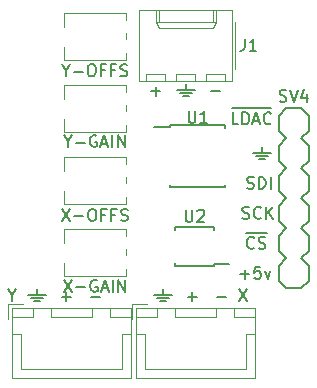
<source format=gbr>
G04 #@! TF.GenerationSoftware,KiCad,Pcbnew,(5.0.2)-1*
G04 #@! TF.CreationDate,2019-03-31T11:29:19+03:00*
G04 #@! TF.ProjectId,galvo-schematic,67616c76-6f2d-4736-9368-656d61746963,rev?*
G04 #@! TF.SameCoordinates,Original*
G04 #@! TF.FileFunction,Legend,Top*
G04 #@! TF.FilePolarity,Positive*
%FSLAX46Y46*%
G04 Gerber Fmt 4.6, Leading zero omitted, Abs format (unit mm)*
G04 Created by KiCad (PCBNEW (5.0.2)-1) date 31.03.2019 11:29:19*
%MOMM*%
%LPD*%
G01*
G04 APERTURE LIST*
%ADD10C,0.150000*%
%ADD11C,0.120000*%
%ADD12C,0.152400*%
%ADD13C,0.200000*%
G04 APERTURE END LIST*
D10*
X123000000Y-106476190D02*
X123000000Y-106952380D01*
X122666666Y-105952380D02*
X123000000Y-106476190D01*
X123333333Y-105952380D01*
X142166666Y-105952380D02*
X142833333Y-106952380D01*
X142833333Y-105952380D02*
X142166666Y-106952380D01*
X127357142Y-105202380D02*
X128023809Y-106202380D01*
X128023809Y-105202380D02*
X127357142Y-106202380D01*
X128404761Y-105821428D02*
X129166666Y-105821428D01*
X130166666Y-105250000D02*
X130071428Y-105202380D01*
X129928571Y-105202380D01*
X129785714Y-105250000D01*
X129690476Y-105345238D01*
X129642857Y-105440476D01*
X129595238Y-105630952D01*
X129595238Y-105773809D01*
X129642857Y-105964285D01*
X129690476Y-106059523D01*
X129785714Y-106154761D01*
X129928571Y-106202380D01*
X130023809Y-106202380D01*
X130166666Y-106154761D01*
X130214285Y-106107142D01*
X130214285Y-105773809D01*
X130023809Y-105773809D01*
X130595238Y-105916666D02*
X131071428Y-105916666D01*
X130500000Y-106202380D02*
X130833333Y-105202380D01*
X131166666Y-106202380D01*
X131500000Y-106202380D02*
X131500000Y-105202380D01*
X131976190Y-106202380D02*
X131976190Y-105202380D01*
X132547619Y-106202380D01*
X132547619Y-105202380D01*
X127190476Y-99202380D02*
X127857142Y-100202380D01*
X127857142Y-99202380D02*
X127190476Y-100202380D01*
X128238095Y-99821428D02*
X129000000Y-99821428D01*
X129666666Y-99202380D02*
X129857142Y-99202380D01*
X129952380Y-99250000D01*
X130047619Y-99345238D01*
X130095238Y-99535714D01*
X130095238Y-99869047D01*
X130047619Y-100059523D01*
X129952380Y-100154761D01*
X129857142Y-100202380D01*
X129666666Y-100202380D01*
X129571428Y-100154761D01*
X129476190Y-100059523D01*
X129428571Y-99869047D01*
X129428571Y-99535714D01*
X129476190Y-99345238D01*
X129571428Y-99250000D01*
X129666666Y-99202380D01*
X130857142Y-99678571D02*
X130523809Y-99678571D01*
X130523809Y-100202380D02*
X130523809Y-99202380D01*
X131000000Y-99202380D01*
X131714285Y-99678571D02*
X131380952Y-99678571D01*
X131380952Y-100202380D02*
X131380952Y-99202380D01*
X131857142Y-99202380D01*
X132190476Y-100154761D02*
X132333333Y-100202380D01*
X132571428Y-100202380D01*
X132666666Y-100154761D01*
X132714285Y-100107142D01*
X132761904Y-100011904D01*
X132761904Y-99916666D01*
X132714285Y-99821428D01*
X132666666Y-99773809D01*
X132571428Y-99726190D01*
X132380952Y-99678571D01*
X132285714Y-99630952D01*
X132238095Y-99583333D01*
X132190476Y-99488095D01*
X132190476Y-99392857D01*
X132238095Y-99297619D01*
X132285714Y-99250000D01*
X132380952Y-99202380D01*
X132619047Y-99202380D01*
X132761904Y-99250000D01*
X127690476Y-93476190D02*
X127690476Y-93952380D01*
X127357142Y-92952380D02*
X127690476Y-93476190D01*
X128023809Y-92952380D01*
X128357142Y-93571428D02*
X129119047Y-93571428D01*
X130119047Y-93000000D02*
X130023809Y-92952380D01*
X129880952Y-92952380D01*
X129738095Y-93000000D01*
X129642857Y-93095238D01*
X129595238Y-93190476D01*
X129547619Y-93380952D01*
X129547619Y-93523809D01*
X129595238Y-93714285D01*
X129642857Y-93809523D01*
X129738095Y-93904761D01*
X129880952Y-93952380D01*
X129976190Y-93952380D01*
X130119047Y-93904761D01*
X130166666Y-93857142D01*
X130166666Y-93523809D01*
X129976190Y-93523809D01*
X130547619Y-93666666D02*
X131023809Y-93666666D01*
X130452380Y-93952380D02*
X130785714Y-92952380D01*
X131119047Y-93952380D01*
X131452380Y-93952380D02*
X131452380Y-92952380D01*
X131928571Y-93952380D02*
X131928571Y-92952380D01*
X132500000Y-93952380D01*
X132500000Y-92952380D01*
X127523809Y-87476190D02*
X127523809Y-87952380D01*
X127190476Y-86952380D02*
X127523809Y-87476190D01*
X127857142Y-86952380D01*
X128190476Y-87571428D02*
X128952380Y-87571428D01*
X129619047Y-86952380D02*
X129809523Y-86952380D01*
X129904761Y-87000000D01*
X130000000Y-87095238D01*
X130047619Y-87285714D01*
X130047619Y-87619047D01*
X130000000Y-87809523D01*
X129904761Y-87904761D01*
X129809523Y-87952380D01*
X129619047Y-87952380D01*
X129523809Y-87904761D01*
X129428571Y-87809523D01*
X129380952Y-87619047D01*
X129380952Y-87285714D01*
X129428571Y-87095238D01*
X129523809Y-87000000D01*
X129619047Y-86952380D01*
X130809523Y-87428571D02*
X130476190Y-87428571D01*
X130476190Y-87952380D02*
X130476190Y-86952380D01*
X130952380Y-86952380D01*
X131666666Y-87428571D02*
X131333333Y-87428571D01*
X131333333Y-87952380D02*
X131333333Y-86952380D01*
X131809523Y-86952380D01*
X132142857Y-87904761D02*
X132285714Y-87952380D01*
X132523809Y-87952380D01*
X132619047Y-87904761D01*
X132666666Y-87857142D01*
X132714285Y-87761904D01*
X132714285Y-87666666D01*
X132666666Y-87571428D01*
X132619047Y-87523809D01*
X132523809Y-87476190D01*
X132333333Y-87428571D01*
X132238095Y-87380952D01*
X132190476Y-87333333D01*
X132142857Y-87238095D01*
X132142857Y-87142857D01*
X132190476Y-87047619D01*
X132238095Y-87000000D01*
X132333333Y-86952380D01*
X132571428Y-86952380D01*
X132714285Y-87000000D01*
X142748000Y-101219000D02*
X144526000Y-101219000D01*
X141605000Y-90678000D02*
X144907000Y-90678000D01*
X144145000Y-93916500D02*
X144145000Y-94424500D01*
X143637000Y-94678500D02*
X144653000Y-94678500D01*
X143891000Y-94932500D02*
X144399000Y-94932500D01*
X143383000Y-94424500D02*
X144907000Y-94424500D01*
X142271904Y-104719428D02*
X143033809Y-104719428D01*
X142652857Y-105100380D02*
X142652857Y-104338476D01*
X143986190Y-104100380D02*
X143510000Y-104100380D01*
X143462380Y-104576571D01*
X143510000Y-104528952D01*
X143605238Y-104481333D01*
X143843333Y-104481333D01*
X143938571Y-104528952D01*
X143986190Y-104576571D01*
X144033809Y-104671809D01*
X144033809Y-104909904D01*
X143986190Y-105005142D01*
X143938571Y-105052761D01*
X143843333Y-105100380D01*
X143605238Y-105100380D01*
X143510000Y-105052761D01*
X143462380Y-105005142D01*
X144367142Y-104433714D02*
X144605238Y-105100380D01*
X144843333Y-104433714D01*
X143470333Y-102465142D02*
X143422714Y-102512761D01*
X143279857Y-102560380D01*
X143184619Y-102560380D01*
X143041761Y-102512761D01*
X142946523Y-102417523D01*
X142898904Y-102322285D01*
X142851285Y-102131809D01*
X142851285Y-101988952D01*
X142898904Y-101798476D01*
X142946523Y-101703238D01*
X143041761Y-101608000D01*
X143184619Y-101560380D01*
X143279857Y-101560380D01*
X143422714Y-101608000D01*
X143470333Y-101655619D01*
X143851285Y-102512761D02*
X143994142Y-102560380D01*
X144232238Y-102560380D01*
X144327476Y-102512761D01*
X144375095Y-102465142D01*
X144422714Y-102369904D01*
X144422714Y-102274666D01*
X144375095Y-102179428D01*
X144327476Y-102131809D01*
X144232238Y-102084190D01*
X144041761Y-102036571D01*
X143946523Y-101988952D01*
X143898904Y-101941333D01*
X143851285Y-101846095D01*
X143851285Y-101750857D01*
X143898904Y-101655619D01*
X143946523Y-101608000D01*
X144041761Y-101560380D01*
X144279857Y-101560380D01*
X144422714Y-101608000D01*
X142478285Y-99972761D02*
X142621142Y-100020380D01*
X142859238Y-100020380D01*
X142954476Y-99972761D01*
X143002095Y-99925142D01*
X143049714Y-99829904D01*
X143049714Y-99734666D01*
X143002095Y-99639428D01*
X142954476Y-99591809D01*
X142859238Y-99544190D01*
X142668761Y-99496571D01*
X142573523Y-99448952D01*
X142525904Y-99401333D01*
X142478285Y-99306095D01*
X142478285Y-99210857D01*
X142525904Y-99115619D01*
X142573523Y-99068000D01*
X142668761Y-99020380D01*
X142906857Y-99020380D01*
X143049714Y-99068000D01*
X144049714Y-99925142D02*
X144002095Y-99972761D01*
X143859238Y-100020380D01*
X143764000Y-100020380D01*
X143621142Y-99972761D01*
X143525904Y-99877523D01*
X143478285Y-99782285D01*
X143430666Y-99591809D01*
X143430666Y-99448952D01*
X143478285Y-99258476D01*
X143525904Y-99163238D01*
X143621142Y-99068000D01*
X143764000Y-99020380D01*
X143859238Y-99020380D01*
X144002095Y-99068000D01*
X144049714Y-99115619D01*
X144478285Y-100020380D02*
X144478285Y-99020380D01*
X145049714Y-100020380D02*
X144621142Y-99448952D01*
X145049714Y-99020380D02*
X144478285Y-99591809D01*
X142867190Y-97432761D02*
X143010047Y-97480380D01*
X143248142Y-97480380D01*
X143343380Y-97432761D01*
X143391000Y-97385142D01*
X143438619Y-97289904D01*
X143438619Y-97194666D01*
X143391000Y-97099428D01*
X143343380Y-97051809D01*
X143248142Y-97004190D01*
X143057666Y-96956571D01*
X142962428Y-96908952D01*
X142914809Y-96861333D01*
X142867190Y-96766095D01*
X142867190Y-96670857D01*
X142914809Y-96575619D01*
X142962428Y-96528000D01*
X143057666Y-96480380D01*
X143295761Y-96480380D01*
X143438619Y-96528000D01*
X143867190Y-97480380D02*
X143867190Y-96480380D01*
X144105285Y-96480380D01*
X144248142Y-96528000D01*
X144343380Y-96623238D01*
X144391000Y-96718476D01*
X144438619Y-96908952D01*
X144438619Y-97051809D01*
X144391000Y-97242285D01*
X144343380Y-97337523D01*
X144248142Y-97432761D01*
X144105285Y-97480380D01*
X143867190Y-97480380D01*
X144867190Y-97480380D02*
X144867190Y-96480380D01*
X142136952Y-92019380D02*
X141660761Y-92019380D01*
X141660761Y-91019380D01*
X142470285Y-92019380D02*
X142470285Y-91019380D01*
X142708380Y-91019380D01*
X142851238Y-91067000D01*
X142946476Y-91162238D01*
X142994095Y-91257476D01*
X143041714Y-91447952D01*
X143041714Y-91590809D01*
X142994095Y-91781285D01*
X142946476Y-91876523D01*
X142851238Y-91971761D01*
X142708380Y-92019380D01*
X142470285Y-92019380D01*
X143422666Y-91733666D02*
X143898857Y-91733666D01*
X143327428Y-92019380D02*
X143660761Y-91019380D01*
X143994095Y-92019380D01*
X144898857Y-91924142D02*
X144851238Y-91971761D01*
X144708380Y-92019380D01*
X144613142Y-92019380D01*
X144470285Y-91971761D01*
X144375047Y-91876523D01*
X144327428Y-91781285D01*
X144279809Y-91590809D01*
X144279809Y-91447952D01*
X144327428Y-91257476D01*
X144375047Y-91162238D01*
X144470285Y-91067000D01*
X144613142Y-91019380D01*
X144708380Y-91019380D01*
X144851238Y-91067000D01*
X144898857Y-91114619D01*
X135001000Y-106489500D02*
X136525000Y-106489500D01*
X135509000Y-106997500D02*
X136017000Y-106997500D01*
X135255000Y-106743500D02*
X136271000Y-106743500D01*
X135763000Y-105981500D02*
X135763000Y-106489500D01*
X137858547Y-106624428D02*
X138620452Y-106624428D01*
X138239500Y-107005380D02*
X138239500Y-106243476D01*
X140335047Y-106624428D02*
X141096952Y-106624428D01*
X124587000Y-106743500D02*
X125603000Y-106743500D01*
X125095000Y-105981500D02*
X125095000Y-106489500D01*
X124841000Y-106997500D02*
X125349000Y-106997500D01*
X124333000Y-106489500D02*
X125857000Y-106489500D01*
X127190547Y-106624428D02*
X127952452Y-106624428D01*
X127571500Y-107005380D02*
X127571500Y-106243476D01*
X129667047Y-106624428D02*
X130428952Y-106624428D01*
X137414000Y-89662000D02*
X137922000Y-89662000D01*
X136906000Y-89154000D02*
X138430000Y-89154000D01*
X137160000Y-89408000D02*
X138176000Y-89408000D01*
X137668000Y-88646000D02*
X137668000Y-89154000D01*
X139827047Y-89225428D02*
X140588952Y-89225428D01*
X134747047Y-89225428D02*
X135508952Y-89225428D01*
X135128000Y-89606380D02*
X135128000Y-88844476D01*
D11*
G04 #@! TO.C,X-GAIN1*
X132588000Y-104267000D02*
X132588000Y-104838500D01*
X132588000Y-102610000D02*
X132588000Y-103130000D01*
X132588000Y-100901500D02*
X132588000Y-101482500D01*
X127381000Y-103759000D02*
X127381000Y-104838500D01*
X127381000Y-100901500D02*
X127381000Y-102044500D01*
X127381000Y-104838500D02*
X132588000Y-104838500D01*
X127381000Y-100901500D02*
X132588000Y-100901500D01*
G04 #@! TO.C,Y-GAIN1*
X132588000Y-92075000D02*
X132588000Y-92646500D01*
X132588000Y-90418000D02*
X132588000Y-90938000D01*
X132588000Y-88709500D02*
X132588000Y-89290500D01*
X127381000Y-91567000D02*
X127381000Y-92646500D01*
X127381000Y-88709500D02*
X127381000Y-89852500D01*
X127381000Y-92646500D02*
X132588000Y-92646500D01*
X127381000Y-88709500D02*
X132588000Y-88709500D01*
G04 #@! TO.C,X-OFFS1*
X132588000Y-98171000D02*
X132588000Y-98742500D01*
X132588000Y-96514000D02*
X132588000Y-97034000D01*
X132588000Y-94805500D02*
X132588000Y-95386500D01*
X127381000Y-97663000D02*
X127381000Y-98742500D01*
X127381000Y-94805500D02*
X127381000Y-95948500D01*
X127381000Y-98742500D02*
X132588000Y-98742500D01*
X127381000Y-94805500D02*
X132588000Y-94805500D01*
G04 #@! TO.C,Y-OFFS1*
X132588000Y-85979000D02*
X132588000Y-86550500D01*
X132588000Y-84322000D02*
X132588000Y-84842000D01*
X132588000Y-82613500D02*
X132588000Y-83194500D01*
X127381000Y-85471000D02*
X127381000Y-86550500D01*
X127381000Y-82613500D02*
X127381000Y-83756500D01*
X127381000Y-86550500D02*
X132588000Y-86550500D01*
X127381000Y-82613500D02*
X132588000Y-82613500D01*
G04 #@! TO.C,J1*
X141588000Y-88374000D02*
X141588000Y-82354000D01*
X141588000Y-82354000D02*
X133748000Y-82354000D01*
X133748000Y-82354000D02*
X133748000Y-88374000D01*
X133748000Y-88374000D02*
X141588000Y-88374000D01*
X141878000Y-87344000D02*
X141878000Y-83344000D01*
X140208000Y-82354000D02*
X140208000Y-83354000D01*
X140208000Y-83354000D02*
X135128000Y-83354000D01*
X135128000Y-83354000D02*
X135128000Y-82354000D01*
X140208000Y-83354000D02*
X139958000Y-83884000D01*
X139958000Y-83884000D02*
X135378000Y-83884000D01*
X135378000Y-83884000D02*
X135128000Y-83354000D01*
X139958000Y-82354000D02*
X139958000Y-83354000D01*
X135378000Y-82354000D02*
X135378000Y-83354000D01*
X141008000Y-88374000D02*
X141008000Y-87774000D01*
X141008000Y-87774000D02*
X139408000Y-87774000D01*
X139408000Y-87774000D02*
X139408000Y-88374000D01*
X138468000Y-88374000D02*
X138468000Y-87774000D01*
X138468000Y-87774000D02*
X136868000Y-87774000D01*
X136868000Y-87774000D02*
X136868000Y-88374000D01*
X135928000Y-88374000D02*
X135928000Y-87774000D01*
X135928000Y-87774000D02*
X134328000Y-87774000D01*
X134328000Y-87774000D02*
X134328000Y-88374000D01*
G04 #@! TO.C,X2*
X133440000Y-107540000D02*
X133440000Y-113510000D01*
X133440000Y-113510000D02*
X143560000Y-113510000D01*
X143560000Y-113510000D02*
X143560000Y-107540000D01*
X143560000Y-107540000D02*
X133440000Y-107540000D01*
X136750000Y-107550000D02*
X136750000Y-108300000D01*
X136750000Y-108300000D02*
X140250000Y-108300000D01*
X140250000Y-108300000D02*
X140250000Y-107550000D01*
X140250000Y-107550000D02*
X136750000Y-107550000D01*
X133450000Y-107550000D02*
X133450000Y-108300000D01*
X133450000Y-108300000D02*
X135250000Y-108300000D01*
X135250000Y-108300000D02*
X135250000Y-107550000D01*
X135250000Y-107550000D02*
X133450000Y-107550000D01*
X141750000Y-107550000D02*
X141750000Y-108300000D01*
X141750000Y-108300000D02*
X143550000Y-108300000D01*
X143550000Y-108300000D02*
X143550000Y-107550000D01*
X143550000Y-107550000D02*
X141750000Y-107550000D01*
X133450000Y-109800000D02*
X134200000Y-109800000D01*
X134200000Y-109800000D02*
X134200000Y-112750000D01*
X134200000Y-112750000D02*
X138500000Y-112750000D01*
X143550000Y-109800000D02*
X142800000Y-109800000D01*
X142800000Y-109800000D02*
X142800000Y-112750000D01*
X142800000Y-112750000D02*
X138500000Y-112750000D01*
X134400000Y-107250000D02*
X133150000Y-107250000D01*
X133150000Y-107250000D02*
X133150000Y-108500000D01*
G04 #@! TO.C,X3*
X122650000Y-107250000D02*
X122650000Y-108500000D01*
X123900000Y-107250000D02*
X122650000Y-107250000D01*
X132300000Y-112750000D02*
X128000000Y-112750000D01*
X132300000Y-109800000D02*
X132300000Y-112750000D01*
X133050000Y-109800000D02*
X132300000Y-109800000D01*
X123700000Y-112750000D02*
X128000000Y-112750000D01*
X123700000Y-109800000D02*
X123700000Y-112750000D01*
X122950000Y-109800000D02*
X123700000Y-109800000D01*
X133050000Y-107550000D02*
X131250000Y-107550000D01*
X133050000Y-108300000D02*
X133050000Y-107550000D01*
X131250000Y-108300000D02*
X133050000Y-108300000D01*
X131250000Y-107550000D02*
X131250000Y-108300000D01*
X124750000Y-107550000D02*
X122950000Y-107550000D01*
X124750000Y-108300000D02*
X124750000Y-107550000D01*
X122950000Y-108300000D02*
X124750000Y-108300000D01*
X122950000Y-107550000D02*
X122950000Y-108300000D01*
X129750000Y-107550000D02*
X126250000Y-107550000D01*
X129750000Y-108300000D02*
X129750000Y-107550000D01*
X126250000Y-108300000D02*
X129750000Y-108300000D01*
X126250000Y-107550000D02*
X126250000Y-108300000D01*
X133060000Y-107540000D02*
X122940000Y-107540000D01*
X133060000Y-113510000D02*
X133060000Y-107540000D01*
X122940000Y-113510000D02*
X133060000Y-113510000D01*
X122940000Y-107540000D02*
X122940000Y-113510000D01*
D12*
G04 #@! TO.C,SV4*
X147447000Y-105918000D02*
X146177000Y-105918000D01*
X145542000Y-104013000D02*
X146177000Y-103378000D01*
X145542000Y-105283000D02*
X145542000Y-104013000D01*
X146177000Y-105918000D02*
X145542000Y-105283000D01*
X148082000Y-105283000D02*
X147447000Y-105918000D01*
X148082000Y-104013000D02*
X148082000Y-105283000D01*
X147447000Y-103378000D02*
X148082000Y-104013000D01*
X145542000Y-100203000D02*
X145542000Y-98933000D01*
X146177000Y-98298000D02*
X145542000Y-98933000D01*
X148082000Y-98933000D02*
X147447000Y-98298000D01*
X145542000Y-101473000D02*
X146177000Y-100838000D01*
X145542000Y-102743000D02*
X145542000Y-101473000D01*
X146177000Y-103378000D02*
X145542000Y-102743000D01*
X148082000Y-102743000D02*
X147447000Y-103378000D01*
X148082000Y-101473000D02*
X148082000Y-102743000D01*
X147447000Y-100838000D02*
X148082000Y-101473000D01*
X146177000Y-100838000D02*
X145542000Y-100203000D01*
X148082000Y-100203000D02*
X147447000Y-100838000D01*
X148082000Y-98933000D02*
X148082000Y-100203000D01*
X145542000Y-96393000D02*
X146177000Y-95758000D01*
X145542000Y-97663000D02*
X145542000Y-96393000D01*
X146177000Y-98298000D02*
X145542000Y-97663000D01*
X148082000Y-97663000D02*
X147447000Y-98298000D01*
X148082000Y-96393000D02*
X148082000Y-97663000D01*
X147447000Y-95758000D02*
X148082000Y-96393000D01*
X145542000Y-92583000D02*
X145542000Y-91313000D01*
X146177000Y-90678000D02*
X145542000Y-91313000D01*
X148082000Y-91313000D02*
X147447000Y-90678000D01*
X147447000Y-90678000D02*
X146177000Y-90678000D01*
X145542000Y-93853000D02*
X146177000Y-93218000D01*
X145542000Y-95123000D02*
X145542000Y-93853000D01*
X146177000Y-95758000D02*
X145542000Y-95123000D01*
X148082000Y-95123000D02*
X147447000Y-95758000D01*
X148082000Y-93853000D02*
X148082000Y-95123000D01*
X147447000Y-93218000D02*
X148082000Y-93853000D01*
X146177000Y-93218000D02*
X145542000Y-92583000D01*
X148082000Y-92583000D02*
X147447000Y-93218000D01*
X148082000Y-91313000D02*
X148082000Y-92583000D01*
D10*
G04 #@! TO.C,U2*
X140105000Y-104037000D02*
X140105000Y-103862000D01*
X136755000Y-104037000D02*
X136755000Y-103787000D01*
X136755000Y-100687000D02*
X136755000Y-100937000D01*
X140105000Y-100687000D02*
X140105000Y-100937000D01*
X140105000Y-104037000D02*
X136755000Y-104037000D01*
X140105000Y-100687000D02*
X136755000Y-100687000D01*
X140105000Y-103862000D02*
X141355000Y-103862000D01*
G04 #@! TO.C,U1*
X136359000Y-92117000D02*
X136359000Y-92242000D01*
X141009000Y-92117000D02*
X141009000Y-92342000D01*
X141009000Y-97367000D02*
X141009000Y-97142000D01*
X136359000Y-97367000D02*
X136359000Y-97142000D01*
X136359000Y-92117000D02*
X141009000Y-92117000D01*
X136359000Y-97367000D02*
X141009000Y-97367000D01*
X136359000Y-92242000D02*
X135009000Y-92242000D01*
G04 #@! TO.C,J1*
X142666666Y-84796380D02*
X142666666Y-85510666D01*
X142619047Y-85653523D01*
X142523809Y-85748761D01*
X142380952Y-85796380D01*
X142285714Y-85796380D01*
X143666666Y-85796380D02*
X143095238Y-85796380D01*
X143380952Y-85796380D02*
X143380952Y-84796380D01*
X143285714Y-84939238D01*
X143190476Y-85034476D01*
X143095238Y-85082095D01*
G04 #@! TO.C,SV4*
D13*
X145634571Y-90058761D02*
X145777428Y-90106380D01*
X146015523Y-90106380D01*
X146110761Y-90058761D01*
X146158380Y-90011142D01*
X146206000Y-89915904D01*
X146206000Y-89820666D01*
X146158380Y-89725428D01*
X146110761Y-89677809D01*
X146015523Y-89630190D01*
X145825047Y-89582571D01*
X145729809Y-89534952D01*
X145682190Y-89487333D01*
X145634571Y-89392095D01*
X145634571Y-89296857D01*
X145682190Y-89201619D01*
X145729809Y-89154000D01*
X145825047Y-89106380D01*
X146063142Y-89106380D01*
X146206000Y-89154000D01*
X146491714Y-89106380D02*
X146825047Y-90106380D01*
X147158380Y-89106380D01*
X147920285Y-89439714D02*
X147920285Y-90106380D01*
X147682190Y-89058761D02*
X147444095Y-89773047D01*
X148063142Y-89773047D01*
G04 #@! TO.C,U2*
D10*
X137668095Y-99274380D02*
X137668095Y-100083904D01*
X137715714Y-100179142D01*
X137763333Y-100226761D01*
X137858571Y-100274380D01*
X138049047Y-100274380D01*
X138144285Y-100226761D01*
X138191904Y-100179142D01*
X138239523Y-100083904D01*
X138239523Y-99274380D01*
X138668095Y-99369619D02*
X138715714Y-99322000D01*
X138810952Y-99274380D01*
X139049047Y-99274380D01*
X139144285Y-99322000D01*
X139191904Y-99369619D01*
X139239523Y-99464857D01*
X139239523Y-99560095D01*
X139191904Y-99702952D01*
X138620476Y-100274380D01*
X139239523Y-100274380D01*
G04 #@! TO.C,U1*
X137922095Y-90892380D02*
X137922095Y-91701904D01*
X137969714Y-91797142D01*
X138017333Y-91844761D01*
X138112571Y-91892380D01*
X138303047Y-91892380D01*
X138398285Y-91844761D01*
X138445904Y-91797142D01*
X138493523Y-91701904D01*
X138493523Y-90892380D01*
X139493523Y-91892380D02*
X138922095Y-91892380D01*
X139207809Y-91892380D02*
X139207809Y-90892380D01*
X139112571Y-91035238D01*
X139017333Y-91130476D01*
X138922095Y-91178095D01*
G04 #@! TD*
M02*

</source>
